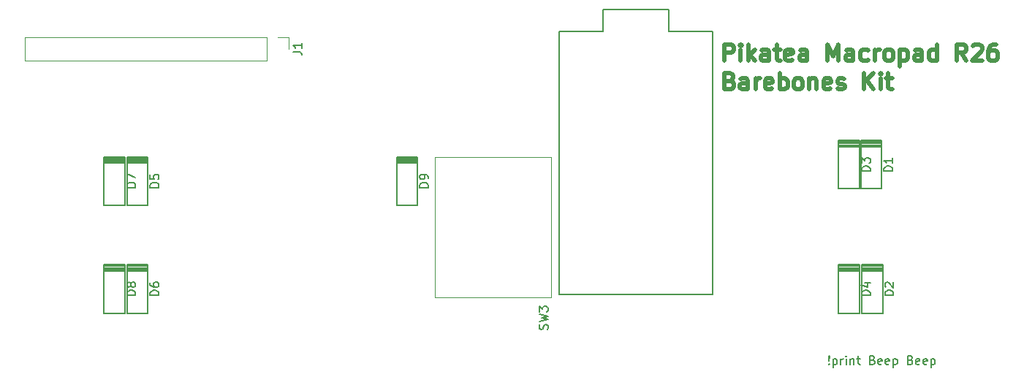
<source format=gbr>
%TF.GenerationSoftware,KiCad,Pcbnew,(5.1.6)-1*%
%TF.CreationDate,2022-02-07T12:47:34-06:00*%
%TF.ProjectId,Pikatea R26 Barebones Macropad,50696b61-7465-4612-9052-323620426172,rev?*%
%TF.SameCoordinates,Original*%
%TF.FileFunction,Legend,Top*%
%TF.FilePolarity,Positive*%
%FSLAX46Y46*%
G04 Gerber Fmt 4.6, Leading zero omitted, Abs format (unit mm)*
G04 Created by KiCad (PCBNEW (5.1.6)-1) date 2022-02-07 12:47:34*
%MOMM*%
%LPD*%
G01*
G04 APERTURE LIST*
%ADD10C,0.150000*%
%ADD11C,0.475000*%
%ADD12C,0.200000*%
%ADD13C,0.120000*%
G04 APERTURE END LIST*
D10*
X185980952Y-113657142D02*
X186028571Y-113704761D01*
X185980952Y-113752380D01*
X185933333Y-113704761D01*
X185980952Y-113657142D01*
X185980952Y-113752380D01*
X185980952Y-113371428D02*
X185933333Y-112800000D01*
X185980952Y-112752380D01*
X186028571Y-112800000D01*
X185980952Y-113371428D01*
X185980952Y-112752380D01*
X186457142Y-113085714D02*
X186457142Y-114085714D01*
X186457142Y-113133333D02*
X186552380Y-113085714D01*
X186742857Y-113085714D01*
X186838095Y-113133333D01*
X186885714Y-113180952D01*
X186933333Y-113276190D01*
X186933333Y-113561904D01*
X186885714Y-113657142D01*
X186838095Y-113704761D01*
X186742857Y-113752380D01*
X186552380Y-113752380D01*
X186457142Y-113704761D01*
X187361904Y-113752380D02*
X187361904Y-113085714D01*
X187361904Y-113276190D02*
X187409523Y-113180952D01*
X187457142Y-113133333D01*
X187552380Y-113085714D01*
X187647619Y-113085714D01*
X187980952Y-113752380D02*
X187980952Y-113085714D01*
X187980952Y-112752380D02*
X187933333Y-112800000D01*
X187980952Y-112847619D01*
X188028571Y-112800000D01*
X187980952Y-112752380D01*
X187980952Y-112847619D01*
X188457142Y-113085714D02*
X188457142Y-113752380D01*
X188457142Y-113180952D02*
X188504761Y-113133333D01*
X188600000Y-113085714D01*
X188742857Y-113085714D01*
X188838095Y-113133333D01*
X188885714Y-113228571D01*
X188885714Y-113752380D01*
X189219047Y-113085714D02*
X189600000Y-113085714D01*
X189361904Y-112752380D02*
X189361904Y-113609523D01*
X189409523Y-113704761D01*
X189504761Y-113752380D01*
X189600000Y-113752380D01*
X191028571Y-113228571D02*
X191171428Y-113276190D01*
X191219047Y-113323809D01*
X191266666Y-113419047D01*
X191266666Y-113561904D01*
X191219047Y-113657142D01*
X191171428Y-113704761D01*
X191076190Y-113752380D01*
X190695238Y-113752380D01*
X190695238Y-112752380D01*
X191028571Y-112752380D01*
X191123809Y-112800000D01*
X191171428Y-112847619D01*
X191219047Y-112942857D01*
X191219047Y-113038095D01*
X191171428Y-113133333D01*
X191123809Y-113180952D01*
X191028571Y-113228571D01*
X190695238Y-113228571D01*
X192076190Y-113704761D02*
X191980952Y-113752380D01*
X191790476Y-113752380D01*
X191695238Y-113704761D01*
X191647619Y-113609523D01*
X191647619Y-113228571D01*
X191695238Y-113133333D01*
X191790476Y-113085714D01*
X191980952Y-113085714D01*
X192076190Y-113133333D01*
X192123809Y-113228571D01*
X192123809Y-113323809D01*
X191647619Y-113419047D01*
X192933333Y-113704761D02*
X192838095Y-113752380D01*
X192647619Y-113752380D01*
X192552380Y-113704761D01*
X192504761Y-113609523D01*
X192504761Y-113228571D01*
X192552380Y-113133333D01*
X192647619Y-113085714D01*
X192838095Y-113085714D01*
X192933333Y-113133333D01*
X192980952Y-113228571D01*
X192980952Y-113323809D01*
X192504761Y-113419047D01*
X193409523Y-113085714D02*
X193409523Y-114085714D01*
X193409523Y-113133333D02*
X193504761Y-113085714D01*
X193695238Y-113085714D01*
X193790476Y-113133333D01*
X193838095Y-113180952D01*
X193885714Y-113276190D01*
X193885714Y-113561904D01*
X193838095Y-113657142D01*
X193790476Y-113704761D01*
X193695238Y-113752380D01*
X193504761Y-113752380D01*
X193409523Y-113704761D01*
X195409523Y-113228571D02*
X195552380Y-113276190D01*
X195600000Y-113323809D01*
X195647619Y-113419047D01*
X195647619Y-113561904D01*
X195600000Y-113657142D01*
X195552380Y-113704761D01*
X195457142Y-113752380D01*
X195076190Y-113752380D01*
X195076190Y-112752380D01*
X195409523Y-112752380D01*
X195504761Y-112800000D01*
X195552380Y-112847619D01*
X195600000Y-112942857D01*
X195600000Y-113038095D01*
X195552380Y-113133333D01*
X195504761Y-113180952D01*
X195409523Y-113228571D01*
X195076190Y-113228571D01*
X196457142Y-113704761D02*
X196361904Y-113752380D01*
X196171428Y-113752380D01*
X196076190Y-113704761D01*
X196028571Y-113609523D01*
X196028571Y-113228571D01*
X196076190Y-113133333D01*
X196171428Y-113085714D01*
X196361904Y-113085714D01*
X196457142Y-113133333D01*
X196504761Y-113228571D01*
X196504761Y-113323809D01*
X196028571Y-113419047D01*
X197314285Y-113704761D02*
X197219047Y-113752380D01*
X197028571Y-113752380D01*
X196933333Y-113704761D01*
X196885714Y-113609523D01*
X196885714Y-113228571D01*
X196933333Y-113133333D01*
X197028571Y-113085714D01*
X197219047Y-113085714D01*
X197314285Y-113133333D01*
X197361904Y-113228571D01*
X197361904Y-113323809D01*
X196885714Y-113419047D01*
X197790476Y-113085714D02*
X197790476Y-114085714D01*
X197790476Y-113133333D02*
X197885714Y-113085714D01*
X198076190Y-113085714D01*
X198171428Y-113133333D01*
X198219047Y-113180952D01*
X198266666Y-113276190D01*
X198266666Y-113561904D01*
X198219047Y-113657142D01*
X198171428Y-113704761D01*
X198076190Y-113752380D01*
X197885714Y-113752380D01*
X197790476Y-113704761D01*
D11*
X173861130Y-78547023D02*
X173861130Y-76647023D01*
X174584940Y-76647023D01*
X174765892Y-76737500D01*
X174856369Y-76827976D01*
X174946845Y-77008928D01*
X174946845Y-77280357D01*
X174856369Y-77461309D01*
X174765892Y-77551785D01*
X174584940Y-77642261D01*
X173861130Y-77642261D01*
X175761130Y-78547023D02*
X175761130Y-77280357D01*
X175761130Y-76647023D02*
X175670654Y-76737500D01*
X175761130Y-76827976D01*
X175851607Y-76737500D01*
X175761130Y-76647023D01*
X175761130Y-76827976D01*
X176665892Y-78547023D02*
X176665892Y-76647023D01*
X176846845Y-77823214D02*
X177389702Y-78547023D01*
X177389702Y-77280357D02*
X176665892Y-78004166D01*
X179018273Y-78547023D02*
X179018273Y-77551785D01*
X178927797Y-77370833D01*
X178746845Y-77280357D01*
X178384940Y-77280357D01*
X178203988Y-77370833D01*
X179018273Y-78456547D02*
X178837321Y-78547023D01*
X178384940Y-78547023D01*
X178203988Y-78456547D01*
X178113511Y-78275595D01*
X178113511Y-78094642D01*
X178203988Y-77913690D01*
X178384940Y-77823214D01*
X178837321Y-77823214D01*
X179018273Y-77732738D01*
X179651607Y-77280357D02*
X180375416Y-77280357D01*
X179923035Y-76647023D02*
X179923035Y-78275595D01*
X180013511Y-78456547D01*
X180194464Y-78547023D01*
X180375416Y-78547023D01*
X181732559Y-78456547D02*
X181551607Y-78547023D01*
X181189702Y-78547023D01*
X181008750Y-78456547D01*
X180918273Y-78275595D01*
X180918273Y-77551785D01*
X181008750Y-77370833D01*
X181189702Y-77280357D01*
X181551607Y-77280357D01*
X181732559Y-77370833D01*
X181823035Y-77551785D01*
X181823035Y-77732738D01*
X180918273Y-77913690D01*
X183451607Y-78547023D02*
X183451607Y-77551785D01*
X183361130Y-77370833D01*
X183180178Y-77280357D01*
X182818273Y-77280357D01*
X182637321Y-77370833D01*
X183451607Y-78456547D02*
X183270654Y-78547023D01*
X182818273Y-78547023D01*
X182637321Y-78456547D01*
X182546845Y-78275595D01*
X182546845Y-78094642D01*
X182637321Y-77913690D01*
X182818273Y-77823214D01*
X183270654Y-77823214D01*
X183451607Y-77732738D01*
X185803988Y-78547023D02*
X185803988Y-76647023D01*
X186437321Y-78004166D01*
X187070654Y-76647023D01*
X187070654Y-78547023D01*
X188789702Y-78547023D02*
X188789702Y-77551785D01*
X188699226Y-77370833D01*
X188518273Y-77280357D01*
X188156369Y-77280357D01*
X187975416Y-77370833D01*
X188789702Y-78456547D02*
X188608750Y-78547023D01*
X188156369Y-78547023D01*
X187975416Y-78456547D01*
X187884940Y-78275595D01*
X187884940Y-78094642D01*
X187975416Y-77913690D01*
X188156369Y-77823214D01*
X188608750Y-77823214D01*
X188789702Y-77732738D01*
X190508750Y-78456547D02*
X190327797Y-78547023D01*
X189965892Y-78547023D01*
X189784940Y-78456547D01*
X189694464Y-78366071D01*
X189603988Y-78185119D01*
X189603988Y-77642261D01*
X189694464Y-77461309D01*
X189784940Y-77370833D01*
X189965892Y-77280357D01*
X190327797Y-77280357D01*
X190508750Y-77370833D01*
X191323035Y-78547023D02*
X191323035Y-77280357D01*
X191323035Y-77642261D02*
X191413511Y-77461309D01*
X191503988Y-77370833D01*
X191684940Y-77280357D01*
X191865892Y-77280357D01*
X192770654Y-78547023D02*
X192589702Y-78456547D01*
X192499226Y-78366071D01*
X192408750Y-78185119D01*
X192408750Y-77642261D01*
X192499226Y-77461309D01*
X192589702Y-77370833D01*
X192770654Y-77280357D01*
X193042083Y-77280357D01*
X193223035Y-77370833D01*
X193313511Y-77461309D01*
X193403988Y-77642261D01*
X193403988Y-78185119D01*
X193313511Y-78366071D01*
X193223035Y-78456547D01*
X193042083Y-78547023D01*
X192770654Y-78547023D01*
X194218273Y-77280357D02*
X194218273Y-79180357D01*
X194218273Y-77370833D02*
X194399226Y-77280357D01*
X194761130Y-77280357D01*
X194942083Y-77370833D01*
X195032559Y-77461309D01*
X195123035Y-77642261D01*
X195123035Y-78185119D01*
X195032559Y-78366071D01*
X194942083Y-78456547D01*
X194761130Y-78547023D01*
X194399226Y-78547023D01*
X194218273Y-78456547D01*
X196751607Y-78547023D02*
X196751607Y-77551785D01*
X196661130Y-77370833D01*
X196480178Y-77280357D01*
X196118273Y-77280357D01*
X195937321Y-77370833D01*
X196751607Y-78456547D02*
X196570654Y-78547023D01*
X196118273Y-78547023D01*
X195937321Y-78456547D01*
X195846845Y-78275595D01*
X195846845Y-78094642D01*
X195937321Y-77913690D01*
X196118273Y-77823214D01*
X196570654Y-77823214D01*
X196751607Y-77732738D01*
X198470654Y-78547023D02*
X198470654Y-76647023D01*
X198470654Y-78456547D02*
X198289702Y-78547023D01*
X197927797Y-78547023D01*
X197746845Y-78456547D01*
X197656369Y-78366071D01*
X197565892Y-78185119D01*
X197565892Y-77642261D01*
X197656369Y-77461309D01*
X197746845Y-77370833D01*
X197927797Y-77280357D01*
X198289702Y-77280357D01*
X198470654Y-77370833D01*
X201908750Y-78547023D02*
X201275416Y-77642261D01*
X200823035Y-78547023D02*
X200823035Y-76647023D01*
X201546845Y-76647023D01*
X201727797Y-76737500D01*
X201818273Y-76827976D01*
X201908750Y-77008928D01*
X201908750Y-77280357D01*
X201818273Y-77461309D01*
X201727797Y-77551785D01*
X201546845Y-77642261D01*
X200823035Y-77642261D01*
X202632559Y-76827976D02*
X202723035Y-76737500D01*
X202903988Y-76647023D01*
X203356369Y-76647023D01*
X203537321Y-76737500D01*
X203627797Y-76827976D01*
X203718273Y-77008928D01*
X203718273Y-77189880D01*
X203627797Y-77461309D01*
X202542083Y-78547023D01*
X203718273Y-78547023D01*
X205346845Y-76647023D02*
X204984940Y-76647023D01*
X204803988Y-76737500D01*
X204713511Y-76827976D01*
X204532559Y-77099404D01*
X204442083Y-77461309D01*
X204442083Y-78185119D01*
X204532559Y-78366071D01*
X204623035Y-78456547D01*
X204803988Y-78547023D01*
X205165892Y-78547023D01*
X205346845Y-78456547D01*
X205437321Y-78366071D01*
X205527797Y-78185119D01*
X205527797Y-77732738D01*
X205437321Y-77551785D01*
X205346845Y-77461309D01*
X205165892Y-77370833D01*
X204803988Y-77370833D01*
X204623035Y-77461309D01*
X204532559Y-77551785D01*
X204442083Y-77732738D01*
X174494464Y-80876785D02*
X174765892Y-80967261D01*
X174856369Y-81057738D01*
X174946845Y-81238690D01*
X174946845Y-81510119D01*
X174856369Y-81691071D01*
X174765892Y-81781547D01*
X174584940Y-81872023D01*
X173861130Y-81872023D01*
X173861130Y-79972023D01*
X174494464Y-79972023D01*
X174675416Y-80062500D01*
X174765892Y-80152976D01*
X174856369Y-80333928D01*
X174856369Y-80514880D01*
X174765892Y-80695833D01*
X174675416Y-80786309D01*
X174494464Y-80876785D01*
X173861130Y-80876785D01*
X176575416Y-81872023D02*
X176575416Y-80876785D01*
X176484940Y-80695833D01*
X176303988Y-80605357D01*
X175942083Y-80605357D01*
X175761130Y-80695833D01*
X176575416Y-81781547D02*
X176394464Y-81872023D01*
X175942083Y-81872023D01*
X175761130Y-81781547D01*
X175670654Y-81600595D01*
X175670654Y-81419642D01*
X175761130Y-81238690D01*
X175942083Y-81148214D01*
X176394464Y-81148214D01*
X176575416Y-81057738D01*
X177480178Y-81872023D02*
X177480178Y-80605357D01*
X177480178Y-80967261D02*
X177570654Y-80786309D01*
X177661130Y-80695833D01*
X177842083Y-80605357D01*
X178023035Y-80605357D01*
X179380178Y-81781547D02*
X179199226Y-81872023D01*
X178837321Y-81872023D01*
X178656369Y-81781547D01*
X178565892Y-81600595D01*
X178565892Y-80876785D01*
X178656369Y-80695833D01*
X178837321Y-80605357D01*
X179199226Y-80605357D01*
X179380178Y-80695833D01*
X179470654Y-80876785D01*
X179470654Y-81057738D01*
X178565892Y-81238690D01*
X180284940Y-81872023D02*
X180284940Y-79972023D01*
X180284940Y-80695833D02*
X180465892Y-80605357D01*
X180827797Y-80605357D01*
X181008750Y-80695833D01*
X181099226Y-80786309D01*
X181189702Y-80967261D01*
X181189702Y-81510119D01*
X181099226Y-81691071D01*
X181008750Y-81781547D01*
X180827797Y-81872023D01*
X180465892Y-81872023D01*
X180284940Y-81781547D01*
X182275416Y-81872023D02*
X182094464Y-81781547D01*
X182003988Y-81691071D01*
X181913511Y-81510119D01*
X181913511Y-80967261D01*
X182003988Y-80786309D01*
X182094464Y-80695833D01*
X182275416Y-80605357D01*
X182546845Y-80605357D01*
X182727797Y-80695833D01*
X182818273Y-80786309D01*
X182908750Y-80967261D01*
X182908750Y-81510119D01*
X182818273Y-81691071D01*
X182727797Y-81781547D01*
X182546845Y-81872023D01*
X182275416Y-81872023D01*
X183723035Y-80605357D02*
X183723035Y-81872023D01*
X183723035Y-80786309D02*
X183813511Y-80695833D01*
X183994464Y-80605357D01*
X184265892Y-80605357D01*
X184446845Y-80695833D01*
X184537321Y-80876785D01*
X184537321Y-81872023D01*
X186165892Y-81781547D02*
X185984940Y-81872023D01*
X185623035Y-81872023D01*
X185442083Y-81781547D01*
X185351607Y-81600595D01*
X185351607Y-80876785D01*
X185442083Y-80695833D01*
X185623035Y-80605357D01*
X185984940Y-80605357D01*
X186165892Y-80695833D01*
X186256369Y-80876785D01*
X186256369Y-81057738D01*
X185351607Y-81238690D01*
X186980178Y-81781547D02*
X187161130Y-81872023D01*
X187523035Y-81872023D01*
X187703988Y-81781547D01*
X187794464Y-81600595D01*
X187794464Y-81510119D01*
X187703988Y-81329166D01*
X187523035Y-81238690D01*
X187251607Y-81238690D01*
X187070654Y-81148214D01*
X186980178Y-80967261D01*
X186980178Y-80876785D01*
X187070654Y-80695833D01*
X187251607Y-80605357D01*
X187523035Y-80605357D01*
X187703988Y-80695833D01*
X190056369Y-81872023D02*
X190056369Y-79972023D01*
X191142083Y-81872023D02*
X190327797Y-80786309D01*
X191142083Y-79972023D02*
X190056369Y-81057738D01*
X191956369Y-81872023D02*
X191956369Y-80605357D01*
X191956369Y-79972023D02*
X191865892Y-80062500D01*
X191956369Y-80152976D01*
X192046845Y-80062500D01*
X191956369Y-79972023D01*
X191956369Y-80152976D01*
X192589702Y-80605357D02*
X193313511Y-80605357D01*
X192861130Y-79972023D02*
X192861130Y-81600595D01*
X192951607Y-81781547D01*
X193132559Y-81872023D01*
X193313511Y-81872023D01*
D12*
%TO.C,D1*%
X189700000Y-93400000D02*
X189700000Y-87800000D01*
X192100000Y-93400000D02*
X189700000Y-93400000D01*
X192100000Y-87800000D02*
X192100000Y-93400000D01*
X192100000Y-87800000D02*
X189700000Y-87800000D01*
X192100000Y-87975000D02*
X189700000Y-87975000D01*
X192100000Y-88150000D02*
X189700000Y-88150000D01*
X192100000Y-88325000D02*
X189700000Y-88325000D01*
X192100000Y-88425000D02*
X189700000Y-88425000D01*
X192100000Y-88525000D02*
X189700000Y-88525000D01*
%TO.C,D2*%
X189800000Y-107800000D02*
X189800000Y-102200000D01*
X192200000Y-107800000D02*
X189800000Y-107800000D01*
X192200000Y-102200000D02*
X192200000Y-107800000D01*
X192200000Y-102200000D02*
X189800000Y-102200000D01*
X192200000Y-102375000D02*
X189800000Y-102375000D01*
X192200000Y-102550000D02*
X189800000Y-102550000D01*
X192200000Y-102725000D02*
X189800000Y-102725000D01*
X192200000Y-102825000D02*
X189800000Y-102825000D01*
X192200000Y-102925000D02*
X189800000Y-102925000D01*
%TO.C,D3*%
X187100000Y-93400000D02*
X187100000Y-87800000D01*
X189500000Y-93400000D02*
X187100000Y-93400000D01*
X189500000Y-87800000D02*
X189500000Y-93400000D01*
X189500000Y-87800000D02*
X187100000Y-87800000D01*
X189500000Y-87975000D02*
X187100000Y-87975000D01*
X189500000Y-88150000D02*
X187100000Y-88150000D01*
X189500000Y-88325000D02*
X187100000Y-88325000D01*
X189500000Y-88425000D02*
X187100000Y-88425000D01*
X189500000Y-88525000D02*
X187100000Y-88525000D01*
%TO.C,D4*%
X187100000Y-107800000D02*
X187100000Y-102200000D01*
X189500000Y-107800000D02*
X187100000Y-107800000D01*
X189500000Y-102200000D02*
X189500000Y-107800000D01*
X189500000Y-102200000D02*
X187100000Y-102200000D01*
X189500000Y-102375000D02*
X187100000Y-102375000D01*
X189500000Y-102550000D02*
X187100000Y-102550000D01*
X189500000Y-102725000D02*
X187100000Y-102725000D01*
X189500000Y-102825000D02*
X187100000Y-102825000D01*
X189500000Y-102925000D02*
X187100000Y-102925000D01*
%TO.C,D5*%
X104700000Y-95300000D02*
X104700000Y-89700000D01*
X107100000Y-95300000D02*
X104700000Y-95300000D01*
X107100000Y-89700000D02*
X107100000Y-95300000D01*
X107100000Y-89700000D02*
X104700000Y-89700000D01*
X107100000Y-89875000D02*
X104700000Y-89875000D01*
X107100000Y-90050000D02*
X104700000Y-90050000D01*
X107100000Y-90225000D02*
X104700000Y-90225000D01*
X107100000Y-90325000D02*
X104700000Y-90325000D01*
X107100000Y-90425000D02*
X104700000Y-90425000D01*
%TO.C,D6*%
X104700000Y-107800000D02*
X104700000Y-102200000D01*
X107100000Y-107800000D02*
X104700000Y-107800000D01*
X107100000Y-102200000D02*
X107100000Y-107800000D01*
X107100000Y-102200000D02*
X104700000Y-102200000D01*
X107100000Y-102375000D02*
X104700000Y-102375000D01*
X107100000Y-102550000D02*
X104700000Y-102550000D01*
X107100000Y-102725000D02*
X104700000Y-102725000D01*
X107100000Y-102825000D02*
X104700000Y-102825000D01*
X107100000Y-102925000D02*
X104700000Y-102925000D01*
%TO.C,D7*%
X102000000Y-95300000D02*
X102000000Y-89700000D01*
X104400000Y-95300000D02*
X102000000Y-95300000D01*
X104400000Y-89700000D02*
X104400000Y-95300000D01*
X104400000Y-89700000D02*
X102000000Y-89700000D01*
X104400000Y-89875000D02*
X102000000Y-89875000D01*
X104400000Y-90050000D02*
X102000000Y-90050000D01*
X104400000Y-90225000D02*
X102000000Y-90225000D01*
X104400000Y-90325000D02*
X102000000Y-90325000D01*
X104400000Y-90425000D02*
X102000000Y-90425000D01*
%TO.C,D8*%
X102000000Y-107800000D02*
X102000000Y-102200000D01*
X104400000Y-107800000D02*
X102000000Y-107800000D01*
X104400000Y-102200000D02*
X104400000Y-107800000D01*
X104400000Y-102200000D02*
X102000000Y-102200000D01*
X104400000Y-102375000D02*
X102000000Y-102375000D01*
X104400000Y-102550000D02*
X102000000Y-102550000D01*
X104400000Y-102725000D02*
X102000000Y-102725000D01*
X104400000Y-102825000D02*
X102000000Y-102825000D01*
X104400000Y-102925000D02*
X102000000Y-102925000D01*
%TO.C,D9*%
X135900000Y-95300000D02*
X135900000Y-89700000D01*
X138300000Y-95300000D02*
X135900000Y-95300000D01*
X138300000Y-89700000D02*
X138300000Y-95300000D01*
X138300000Y-89700000D02*
X135900000Y-89700000D01*
X138300000Y-89875000D02*
X135900000Y-89875000D01*
X138300000Y-90050000D02*
X135900000Y-90050000D01*
X138300000Y-90225000D02*
X135900000Y-90225000D01*
X138300000Y-90325000D02*
X135900000Y-90325000D01*
X138300000Y-90425000D02*
X135900000Y-90425000D01*
D10*
%TO.C,U1*%
X172491400Y-105625900D02*
X154711400Y-105625900D01*
X172491400Y-75145900D02*
X172491400Y-105625900D01*
X167411400Y-75145900D02*
X172491400Y-75145900D01*
X167411400Y-72605900D02*
X167411400Y-75145900D01*
X159791400Y-72605900D02*
X167411400Y-72605900D01*
X159791400Y-75145900D02*
X159791400Y-72605900D01*
X154711400Y-75145900D02*
X159791400Y-75145900D01*
X154711400Y-75145900D02*
X154711400Y-105625900D01*
D13*
%TO.C,J1*%
X123440500Y-75847900D02*
X123440500Y-77177900D01*
X122110500Y-75847900D02*
X123440500Y-75847900D01*
X120840500Y-75847900D02*
X120840500Y-78507900D01*
X120840500Y-78507900D02*
X92840500Y-78507900D01*
X120840500Y-75847900D02*
X92840500Y-75847900D01*
X92840500Y-75847900D02*
X92840500Y-78507900D01*
%TO.C,SW3*%
X153771080Y-89748659D02*
X153771080Y-105948659D01*
X140371080Y-105948659D02*
X140371080Y-89748659D01*
X153771080Y-89748659D02*
X140371080Y-89748659D01*
X153771080Y-105948659D02*
X140371080Y-105948659D01*
%TO.C,D1*%
D10*
X193352380Y-91338095D02*
X192352380Y-91338095D01*
X192352380Y-91100000D01*
X192400000Y-90957142D01*
X192495238Y-90861904D01*
X192590476Y-90814285D01*
X192780952Y-90766666D01*
X192923809Y-90766666D01*
X193114285Y-90814285D01*
X193209523Y-90861904D01*
X193304761Y-90957142D01*
X193352380Y-91100000D01*
X193352380Y-91338095D01*
X193352380Y-89814285D02*
X193352380Y-90385714D01*
X193352380Y-90100000D02*
X192352380Y-90100000D01*
X192495238Y-90195238D01*
X192590476Y-90290476D01*
X192638095Y-90385714D01*
%TO.C,D2*%
X193452380Y-105738095D02*
X192452380Y-105738095D01*
X192452380Y-105500000D01*
X192500000Y-105357142D01*
X192595238Y-105261904D01*
X192690476Y-105214285D01*
X192880952Y-105166666D01*
X193023809Y-105166666D01*
X193214285Y-105214285D01*
X193309523Y-105261904D01*
X193404761Y-105357142D01*
X193452380Y-105500000D01*
X193452380Y-105738095D01*
X192547619Y-104785714D02*
X192500000Y-104738095D01*
X192452380Y-104642857D01*
X192452380Y-104404761D01*
X192500000Y-104309523D01*
X192547619Y-104261904D01*
X192642857Y-104214285D01*
X192738095Y-104214285D01*
X192880952Y-104261904D01*
X193452380Y-104833333D01*
X193452380Y-104214285D01*
%TO.C,D3*%
X190752380Y-91338095D02*
X189752380Y-91338095D01*
X189752380Y-91100000D01*
X189800000Y-90957142D01*
X189895238Y-90861904D01*
X189990476Y-90814285D01*
X190180952Y-90766666D01*
X190323809Y-90766666D01*
X190514285Y-90814285D01*
X190609523Y-90861904D01*
X190704761Y-90957142D01*
X190752380Y-91100000D01*
X190752380Y-91338095D01*
X189752380Y-90433333D02*
X189752380Y-89814285D01*
X190133333Y-90147619D01*
X190133333Y-90004761D01*
X190180952Y-89909523D01*
X190228571Y-89861904D01*
X190323809Y-89814285D01*
X190561904Y-89814285D01*
X190657142Y-89861904D01*
X190704761Y-89909523D01*
X190752380Y-90004761D01*
X190752380Y-90290476D01*
X190704761Y-90385714D01*
X190657142Y-90433333D01*
%TO.C,D4*%
X190752380Y-105738095D02*
X189752380Y-105738095D01*
X189752380Y-105500000D01*
X189800000Y-105357142D01*
X189895238Y-105261904D01*
X189990476Y-105214285D01*
X190180952Y-105166666D01*
X190323809Y-105166666D01*
X190514285Y-105214285D01*
X190609523Y-105261904D01*
X190704761Y-105357142D01*
X190752380Y-105500000D01*
X190752380Y-105738095D01*
X190085714Y-104309523D02*
X190752380Y-104309523D01*
X189704761Y-104547619D02*
X190419047Y-104785714D01*
X190419047Y-104166666D01*
%TO.C,D5*%
X108352380Y-93238095D02*
X107352380Y-93238095D01*
X107352380Y-93000000D01*
X107400000Y-92857142D01*
X107495238Y-92761904D01*
X107590476Y-92714285D01*
X107780952Y-92666666D01*
X107923809Y-92666666D01*
X108114285Y-92714285D01*
X108209523Y-92761904D01*
X108304761Y-92857142D01*
X108352380Y-93000000D01*
X108352380Y-93238095D01*
X107352380Y-91761904D02*
X107352380Y-92238095D01*
X107828571Y-92285714D01*
X107780952Y-92238095D01*
X107733333Y-92142857D01*
X107733333Y-91904761D01*
X107780952Y-91809523D01*
X107828571Y-91761904D01*
X107923809Y-91714285D01*
X108161904Y-91714285D01*
X108257142Y-91761904D01*
X108304761Y-91809523D01*
X108352380Y-91904761D01*
X108352380Y-92142857D01*
X108304761Y-92238095D01*
X108257142Y-92285714D01*
%TO.C,D6*%
X108352380Y-105738095D02*
X107352380Y-105738095D01*
X107352380Y-105500000D01*
X107400000Y-105357142D01*
X107495238Y-105261904D01*
X107590476Y-105214285D01*
X107780952Y-105166666D01*
X107923809Y-105166666D01*
X108114285Y-105214285D01*
X108209523Y-105261904D01*
X108304761Y-105357142D01*
X108352380Y-105500000D01*
X108352380Y-105738095D01*
X107352380Y-104309523D02*
X107352380Y-104500000D01*
X107400000Y-104595238D01*
X107447619Y-104642857D01*
X107590476Y-104738095D01*
X107780952Y-104785714D01*
X108161904Y-104785714D01*
X108257142Y-104738095D01*
X108304761Y-104690476D01*
X108352380Y-104595238D01*
X108352380Y-104404761D01*
X108304761Y-104309523D01*
X108257142Y-104261904D01*
X108161904Y-104214285D01*
X107923809Y-104214285D01*
X107828571Y-104261904D01*
X107780952Y-104309523D01*
X107733333Y-104404761D01*
X107733333Y-104595238D01*
X107780952Y-104690476D01*
X107828571Y-104738095D01*
X107923809Y-104785714D01*
%TO.C,D7*%
X105652380Y-93238095D02*
X104652380Y-93238095D01*
X104652380Y-93000000D01*
X104700000Y-92857142D01*
X104795238Y-92761904D01*
X104890476Y-92714285D01*
X105080952Y-92666666D01*
X105223809Y-92666666D01*
X105414285Y-92714285D01*
X105509523Y-92761904D01*
X105604761Y-92857142D01*
X105652380Y-93000000D01*
X105652380Y-93238095D01*
X104652380Y-92333333D02*
X104652380Y-91666666D01*
X105652380Y-92095238D01*
%TO.C,D8*%
X105652380Y-105738095D02*
X104652380Y-105738095D01*
X104652380Y-105500000D01*
X104700000Y-105357142D01*
X104795238Y-105261904D01*
X104890476Y-105214285D01*
X105080952Y-105166666D01*
X105223809Y-105166666D01*
X105414285Y-105214285D01*
X105509523Y-105261904D01*
X105604761Y-105357142D01*
X105652380Y-105500000D01*
X105652380Y-105738095D01*
X105080952Y-104595238D02*
X105033333Y-104690476D01*
X104985714Y-104738095D01*
X104890476Y-104785714D01*
X104842857Y-104785714D01*
X104747619Y-104738095D01*
X104700000Y-104690476D01*
X104652380Y-104595238D01*
X104652380Y-104404761D01*
X104700000Y-104309523D01*
X104747619Y-104261904D01*
X104842857Y-104214285D01*
X104890476Y-104214285D01*
X104985714Y-104261904D01*
X105033333Y-104309523D01*
X105080952Y-104404761D01*
X105080952Y-104595238D01*
X105128571Y-104690476D01*
X105176190Y-104738095D01*
X105271428Y-104785714D01*
X105461904Y-104785714D01*
X105557142Y-104738095D01*
X105604761Y-104690476D01*
X105652380Y-104595238D01*
X105652380Y-104404761D01*
X105604761Y-104309523D01*
X105557142Y-104261904D01*
X105461904Y-104214285D01*
X105271428Y-104214285D01*
X105176190Y-104261904D01*
X105128571Y-104309523D01*
X105080952Y-104404761D01*
%TO.C,D9*%
X139552380Y-93238095D02*
X138552380Y-93238095D01*
X138552380Y-93000000D01*
X138600000Y-92857142D01*
X138695238Y-92761904D01*
X138790476Y-92714285D01*
X138980952Y-92666666D01*
X139123809Y-92666666D01*
X139314285Y-92714285D01*
X139409523Y-92761904D01*
X139504761Y-92857142D01*
X139552380Y-93000000D01*
X139552380Y-93238095D01*
X139552380Y-92190476D02*
X139552380Y-92000000D01*
X139504761Y-91904761D01*
X139457142Y-91857142D01*
X139314285Y-91761904D01*
X139123809Y-91714285D01*
X138742857Y-91714285D01*
X138647619Y-91761904D01*
X138600000Y-91809523D01*
X138552380Y-91904761D01*
X138552380Y-92095238D01*
X138600000Y-92190476D01*
X138647619Y-92238095D01*
X138742857Y-92285714D01*
X138980952Y-92285714D01*
X139076190Y-92238095D01*
X139123809Y-92190476D01*
X139171428Y-92095238D01*
X139171428Y-91904761D01*
X139123809Y-91809523D01*
X139076190Y-91761904D01*
X138980952Y-91714285D01*
%TO.C,J1*%
X123892880Y-77511233D02*
X124607166Y-77511233D01*
X124750023Y-77558852D01*
X124845261Y-77654090D01*
X124892880Y-77796947D01*
X124892880Y-77892185D01*
X124892880Y-76511233D02*
X124892880Y-77082661D01*
X124892880Y-76796947D02*
X123892880Y-76796947D01*
X124035738Y-76892185D01*
X124130976Y-76987423D01*
X124178595Y-77082661D01*
%TO.C,SW3*%
X153375841Y-109681992D02*
X153423460Y-109539135D01*
X153423460Y-109301039D01*
X153375841Y-109205801D01*
X153328222Y-109158182D01*
X153232984Y-109110563D01*
X153137746Y-109110563D01*
X153042508Y-109158182D01*
X152994889Y-109205801D01*
X152947270Y-109301039D01*
X152899651Y-109491516D01*
X152852032Y-109586754D01*
X152804413Y-109634373D01*
X152709175Y-109681992D01*
X152613937Y-109681992D01*
X152518699Y-109634373D01*
X152471080Y-109586754D01*
X152423460Y-109491516D01*
X152423460Y-109253420D01*
X152471080Y-109110563D01*
X152423460Y-108777230D02*
X153423460Y-108539135D01*
X152709175Y-108348659D01*
X153423460Y-108158182D01*
X152423460Y-107920087D01*
X152423460Y-107634373D02*
X152423460Y-107015325D01*
X152804413Y-107348659D01*
X152804413Y-107205801D01*
X152852032Y-107110563D01*
X152899651Y-107062944D01*
X152994889Y-107015325D01*
X153232984Y-107015325D01*
X153328222Y-107062944D01*
X153375841Y-107110563D01*
X153423460Y-107205801D01*
X153423460Y-107491516D01*
X153375841Y-107586754D01*
X153328222Y-107634373D01*
%TD*%
M02*

</source>
